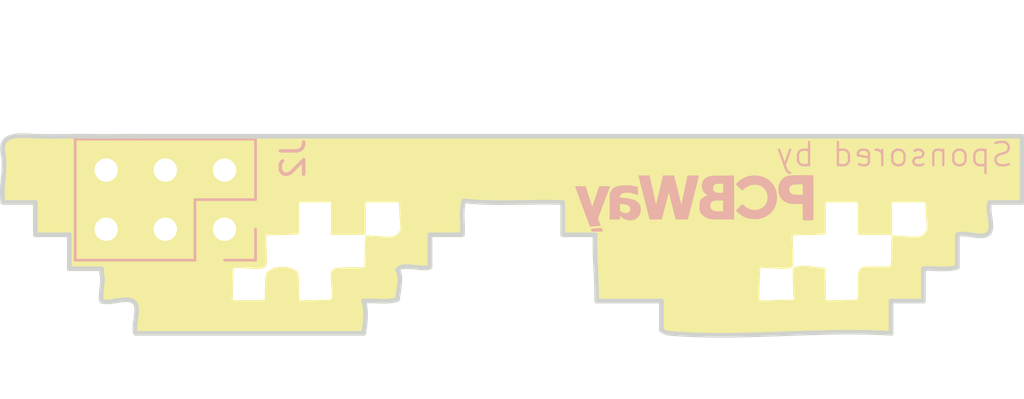
<source format=kicad_pcb>
(kicad_pcb (version 20240108) (generator "pcbnew") (generator_version "8.0")
  (layers (0 "F.Cu" signal) (31 "B.Cu" signal) (34 "B.Paste" user) (35 "F.Paste" user) (36 "B.SilkS" user "B.Silkscreen") (37 "F.SilkS" user "F.Silkscreen") (38 "B.Mask" user) (39 "F.Mask" user) (44 "Edge.Cuts" user))
  (net 0 "")
  (footprint "Eko2024:llama-2-flaca" (layer "F.Cu") (at 128.99 64.93)
    (property "Reference" "Ref**" (hide yes))
    (property "Value" "Val**" (hide yes))
    (fp_poly (pts (xy 21.9075 -1.397) (xy 21.206052 -1.397001) (xy 20.504603 -1.397001) (xy 20.517359 -1.289299) (xy 20.527957 -1.185918) (xy 20.538114 -1.061673) (xy 20.547444 -0.924614) (xy 20.555561 -0.782793) (xy 20.562079 -0.644262) (xy 20.566613 -0.517072) (xy 20.568775 -0.409276) (xy 20.568181 -0.328924) (xy 20.56531 -0.288797) (xy 20.544062 -0.208414) (xy 20.50167 -0.137266) (xy 20.464899 -0.094158) (xy 20.426797 -0.055969) (xy 20.386843 -0.024809) (xy 20.340992 -0.000404) (xy 20.285199 0.017521) (xy 20.215418 0.02924) (xy 20.127603 0.035028) (xy 20.017709 0.035159) (xy 19.881692 0.029908) (xy 19.715504 0.019549) (xy 19.515101 0.004356) (xy 19.288661 -0.014362) (xy 19.134667 -0.027379) (xy 19.134667 0.544338) (xy 19.133867 0.702452) (xy 19.131615 0.852546) (xy 19.128131 0.987623) (xy 19.123635 1.100686) (xy 19.118349 1.184736) (xy 19.113075 1.229906) (xy 19.100356 1.291554) (xy 19.084947 1.338351) (xy 19.061225 1.372665) (xy 19.023568 1.396866) (xy 18.966353 1.413323) (xy 18.883956 1.424403) (xy 18.770754 1.432477) (xy 18.621125 1.439913) (xy 18.613754 1.440256) (xy 18.463217 1.446572) (xy 18.30407 1.452072) (xy 18.150218 1.456353) (xy 18.015565 1.459012) (xy 17.944042 1.459682) (xy 17.674167 1.4605) (xy 17.674167 2.836333) (xy 16.277167 2.836333) (xy 16.277167 4.186201) (xy 15.721542 4.199282) (xy 15.465929 4.204823) (xy 15.182004 4.21011) (xy 14.872565 4.215134) (xy 14.54041 4.219883) (xy 14.188339 4.224348) (xy 13.819149 4.228516) (xy 13.435639 4.232379) (xy 13.040607 4.235924) (xy 12.636853 4.239141) (xy 12.227174 4.24202) (xy 11.81437 4.244549) (xy 11.401238 4.246718) (xy 10.990576 4.248516) (xy 10.585185 4.249933) (xy 10.187862 4.250958) (xy 9.801405 4.25158) (xy 9.428613 4.251787) (xy 9.072285 4.251571) (xy 8.735219 4.250919) (xy 8.420213 4.249822) (xy 8.130067 4.248268) (xy 7.867578 4.246246) (xy 7.635545 4.243747) (xy 7.436767 4.240759) (xy 7.274042 4.237271) (xy 7.150168 4.233273) (xy 7.126251 4.232223) (xy 6.945839 4.222708) (xy 6.80265 4.212155) (xy 6.691572 4.19927) (xy 6.607495 4.182754) (xy 6.545309 4.161311) (xy 6.499904 4.133645) (xy 6.466169 4.098457) (xy 6.441058 4.05835) (xy 6.429843 4.032571) (xy 6.420903 3.998367) (xy 6.41388 3.950588) (xy 6.408415 3.884083) (xy 6.404149 3.793704) (xy 6.400724 3.674299) (xy 6.397782 3.52072) (xy 6.396144 3.413125) (xy 6.387888 2.836333) (xy 3.644036 2.836333) (xy 3.643089 2.82575) (xy 10.578901 2.82575) (xy 11.030909 2.812302) (xy 11.189503 2.807912) (xy 11.356491 2.803854) (xy 11.519093 2.800402) (xy 11.66453 2.797827) (xy 11.776872 2.796427) (xy 12.070828 2.794) (xy 12.057935 2.682875) (xy 12.05394 2.631888) (xy 12.049328 2.545515) (xy 12.044377 2.430694) (xy 12.039363 2.294364) (xy 12.034564 2.143463) (xy 12.030584 1.998005) (xy 12.016126 1.424261) (xy 12.150506 1.37888) (xy 12.291625 1.346706) (xy 12.461924 1.333806) (xy 12.652819 1.34033) (xy 12.855723 1.366427) (xy 12.856884 1.36663) (xy 12.969434 1.383183) (xy 13.092528 1.396441) (xy 13.201865 1.403848) (xy 13.214538 1.404268) (xy 13.299368 1.407539) (xy 13.351664 1.413574) (xy 13.381228 1.425301) (xy 13.397859 1.44565) (xy 13.404875 1.461163) (xy 13.41062 1.495269) (xy 13.416398 1.566274) (xy 13.421971 1.668745) (xy 13.427097 1.797247) (xy 13.431538 1.946349) (xy 13.435055 2.110615) (xy 13.435952 2.165927) (xy 13.445712 2.818437) (xy 14.072981 2.810645) (xy 14.282951 2.807302) (xy 14.45258 2.80294) (xy 14.583851 2.797463) (xy 14.678744 2.790771) (xy 14.739242 2.782768) (xy 14.761605 2.776587) (xy 14.822959 2.750321) (xy 14.811344 2.316023) (xy 14.807354 2.100742) (xy 14.808607 1.923393) (xy 14.816025 1.779795) (xy 14.830534 1.665764) (xy 14.853058 1.577121) (xy 14.884522 1.509684) (xy 14.925848 1.459272) (xy 14.977963 1.421703) (xy 15.012865 1.404427) (xy 15.044392 1.39234) (xy 15.08067 1.382996) (xy 15.127308 1.376049) (xy 15.189918 1.371158) (xy 15.274111 1.367977) (xy 15.385499 1.366165) (xy 15.529692 1.365376) (xy 15.652692 1.36525) (xy 16.202967 1.36525) (xy 16.228289 1.291166) (xy 16.237268 1.243427) (xy 16.244357 1.157678) (xy 16.249596 1.032893) (xy 16.253027 0.868049) (xy 16.254688 0.662122) (xy 16.254805 0.619125) (xy 16.255312 0.444096) (xy 16.256244 0.306852) (xy 16.257893 0.202843) (xy 16.260551 0.127521) (xy 16.264508 0.076337) (xy 16.270055 0.044742) (xy 16.277483 0.028187) (xy 16.287084 0.022123) (xy 16.293042 0.021607) (xy 16.325548 0.023451) (xy 16.392571 0.028291) (xy 16.486444 0.035536) (xy 16.599502 0.044597) (xy 16.7005 0.052916) (xy 16.944187 0.070931) (xy 17.146804 0.08091) (xy 17.308847 0.082857) (xy 17.430808 0.076772) (xy 17.513183 0.062658) (xy 17.531971 0.056152) (xy 17.595992 0.016456) (xy 17.664076 -0.045404) (xy 17.724304 -0.116446) (xy 17.764755 -0.183686) (xy 17.772538 -0.205842) (xy 17.776161 -0.247339) (xy 17.776147 -0.321816) (xy 17.772739 -0.420096) (xy 17.766181 -0.533004) (xy 17.762583 -0.582084) (xy 17.752151 -0.721413) (xy 17.741562 -0.87211) (xy 17.731993 -1.016878) (xy 17.724621 -1.138423) (xy 17.724069 -1.148292) (xy 17.710287 -1.397) (xy 16.277167 -1.397) (xy 16.277167 0) (xy 14.816667 0) (xy 14.816667 -1.397) (xy 13.440833 -1.397) (xy 13.440833 -0.025464) (xy 13.297958 -0.013306) (xy 13.237778 -0.009494) (xy 13.142722 -0.005091) (xy 13.020237 -0.000366) (xy 12.877772 0.00441) (xy 12.722776 0.008969) (xy 12.585829 0.012493) (xy 12.016575 0.026134) (xy 12.035496 0.462858) (xy 12.04423 0.673959) (xy 12.050306 0.847032) (xy 12.053631 0.986308) (xy 12.054108 1.096015) (xy 12.051644 1.180382) (xy 12.046141 1.243638) (xy 12.037506 1.290012) (xy 12.025643 1.323734) (xy 12.015728 1.341526) (xy 11.981561 1.384955) (xy 11.939936 1.416974) (xy 11.884699 1.438842) (xy 11.809699 1.45182) (xy 11.708783 1.457167) (xy 11.575798 1.456141) (xy 11.472333 1.452774) (xy 11.329868 1.447019) (xy 11.178532 1.440421) (xy 11.033668 1.433681) (xy 10.910619 1.427495) (xy 10.876891 1.425665) (xy 10.630699 1.41196) (xy 10.618 1.642605) (xy 10.613523 1.735098) (xy 10.608399 1.859398) (xy 10.603011 2.004989) (xy 10.597746 2.161359) (xy 10.592987 2.317992) (xy 10.592101 2.3495) (xy 10.578901 2.82575) (xy 3.643089 2.82575) (xy 3.632188 2.704041) (xy 3.628718 2.652496) (xy 3.624015 2.563396) (xy 3.618267 2.441493) (xy 3.611659 2.291542) (xy 3.604378 2.118297) (xy 3.59661 1.926511) (xy 3.588541 1.720938) (xy 3.580357 1.506332) (xy 3.572245 1.287446) (xy 3.564391 1.069035) (xy 3.55698 0.855852) (xy 3.5502 0.652652) (xy 3.544236 0.464187) (xy 3.543475 0.439208) (xy 3.530176 0) (xy 2.159 0) (xy 2.159 -1.371571) (xy 1.899708 -1.386036) (xy 1.822102 -1.389176) (xy 1.710028 -1.391999) (xy 1.567239 -1.394508) (xy 1.397485 -1.396702) (xy 1.20452 -1.398582) (xy 0.992096 -1.40015) (xy 0.763965 -1.401406) (xy 0.52388 -1.40235) (xy 0.275592 -1.402985) (xy 0.022854 -1.40331) (xy -0.230582 -1.403326) (xy -0.480963 -1.403035) (xy -0.724538 -1.402436) (xy -0.957553 -1.401531) (xy -1.176257 -1.400321) (xy -1.376898 -1.398807) (xy -1.555723 -1.396989) (xy -1.70898 -1.394868) (xy -1.832916 -1.392445) (xy -1.92378 -1.389721) (xy -1.977819 -1.386696) (xy -1.989395 -1.385179) (xy -2.048641 -1.369076) (xy -2.079515 -1.346773) (xy -2.095476 -1.305576) (xy -2.100881 -1.280044) (xy -2.105664 -1.237108) (xy -2.110867 -1.158221) (xy -2.116212 -1.049761) (xy -2.121421 -0.918105) (xy -2.126217 -0.769631) (xy -2.13032 -0.610715) (xy -2.130605 -0.597959) (xy -2.143823 0) (xy -3.513667 0) (xy -3.513667 1.371202) (xy -4.132792 1.380314) (xy -4.333625 1.383897) (xy -4.495102 1.388231) (xy -4.620196 1.393478) (xy -4.711879 1.399797) (xy -4.773126 1.40735) (xy -4.806908 1.416295) (xy -4.807791 1.416714) (xy -4.868506 1.467987) (xy -4.912777 1.54792) (xy -4.936493 1.644678) (xy -4.935546 1.746424) (xy -4.930947 1.77137) (xy -4.923936 1.82331) (xy -4.917678 1.908434) (xy -4.912621 2.017596) (xy -4.909213 2.141648) (xy -4.908006 2.239555) (xy -4.908325 2.402211) (xy -4.912234 2.527921) (xy -4.921115 2.622014) (xy -4.936348 2.689821) (xy -4.959314 2.736671) (xy -4.991394 2.767893) (xy -5.033969 2.788818) (xy -5.051851 2.79477) (xy -5.099329 2.802907) (xy -5.184878 2.81059) (xy -5.304238 2.817592) (xy -5.453148 2.823684) (xy -5.627347 2.828636) (xy -5.717724 2.830523) (xy -6.302531 2.841414) (xy -6.313943 3.415665) (xy -6.319398 3.631179) (xy -6.326436 3.810339) (xy -6.334967 3.951583) (xy -6.3449 4.053353) (xy -6.354047 4.106333) (xy -6.38274 4.22275) (xy -11.299644 4.228086) (xy -11.838216 4.22866) (xy -12.336047 4.22916) (xy -12.794731 4.229577) (xy -13.215859 4.229899) (xy -13.601026 4.230117) (xy -13.951823 4.23022) (xy -14.269844 4.230198) (xy -14.556682 4.230041) (xy -14.813928 4.229738) (xy -15.043177 4.229279) (xy -15.24602 4.228653) (xy -15.424051 4.227851) (xy -15.578862 4.226862) (xy -15.712046 4.225676) (xy -15.825197 4.224282) (xy -15.919906 4.22267) (xy -15.997767 4.220831) (xy -16.060372 4.218752) (xy -16.109315 4.216425) (xy -16.146188 4.213839) (xy -16.172583 4.210983) (xy -16.190094 4.207848) (xy -16.200314 4.204423) (xy -16.204835 4.200697) (xy -16.20525 4.196661) (xy -16.205157 4.196336) (xy -16.201858 4.165774) (xy -16.198473 4.098948) (xy -16.195181 4.001924) (xy -16.19216 3.880771) (xy -16.189589 3.741556) (xy -16.187842 3.608916) (xy -16.186218 3.440735) (xy -16.185617 3.309314) (xy -16.186359 3.209084) (xy -16.188763 3.13448) (xy -16.19315 3.079932) (xy -16.199839 3.039873) (xy -16.209151 3.008736) (xy -16.221405 2.980952) (xy -16.22425 2.975282) (xy -16.269185 2.901667) (xy -16.321709 2.851833) (xy -16.391215 2.820955) (xy -16.424353 2.815166) (xy -12.006712 2.815166) (xy -10.628876 2.815166) (xy -10.62198 2.280708) (xy -10.619404 2.103914) (xy -10.615958 1.963925) (xy -10.610439 1.855212) (xy -10.601641 1.772247) (xy -10.58836 1.709501) (xy -10.569393 1.661448) (xy -10.543535 1.622559) (xy -10.509581 1.587306) (xy -10.466329 1.55016) (xy -10.462067 1.546641) (xy -10.340916 1.471196) (xy -10.192614 1.417383) (xy -10.02664 1.385617) (xy -9.852475 1.376311) (xy -9.679597 1.389878) (xy -9.517486 1.426732) (xy -9.375623 1.487286) (xy -9.356696 1.498427) (xy -9.306109 1.530786) (xy -9.26595 1.562259) (xy -9.234943 1.598021) (xy -9.211815 1.643249) (xy -9.195291 1.703119) (xy -9.184098 1.782806) (xy -9.176961 1.887487) (xy -9.172606 2.022338) (xy -9.16976 2.192534) (xy -9.168884 2.261386) (xy -9.162018 2.818855) (xy -8.523301 2.810213) (xy -8.312925 2.806672) (xy -8.14248 2.802222) (xy -8.009571 2.796744) (xy -7.911802 2.790117) (xy -7.846778 2.782219) (xy -7.815792 2.774548) (xy -7.747 2.747525) (xy -7.747 2.590244) (xy -7.749362 2.509857) (xy -7.755828 2.40058) (xy -7.765469 2.275559) (xy -7.777358 2.147935) (xy -7.780125 2.121356) (xy -7.796024 1.94455) (xy -7.801717 1.803994) (xy -7.796886 1.694774) (xy -7.781214 1.611977) (xy -7.754383 1.550689) (xy -7.74206 1.533109) (xy -7.713122 1.499347) (xy -7.681852 1.472276) (xy -7.643358 1.451082) (xy -7.592744 1.434949) (xy -7.525115 1.423059) (xy -7.435579 1.414598) (xy -7.319239 1.408748) (xy -7.171203 1.404695) (xy -6.986575 1.401621) (xy -6.950521 1.401128) (xy -6.355125 1.393147) (xy -6.339535 0.707156) (xy -6.335049 0.517514) (xy -6.330939 0.366013) (xy -6.326898 0.248466) (xy -6.322618 0.160686) (xy -6.317795 0.098488) (xy -6.31212 0.057684) (xy -6.305288 0.034087) (xy -6.296992 0.023511) (xy -6.289347 0.021607) (xy -6.257676 0.023449) (xy -6.191426 0.028282) (xy -6.098199 0.035517) (xy -5.985598 0.044568) (xy -5.884333 0.052916) (xy -5.656903 0.070102) (xy -5.468452 0.080346) (xy -5.316199 0.083638) (xy -5.197362 0.07997) (xy -5.10916 0.069332) (xy -5.048811 0.051714) (xy -5.045459 0.050173) (xy -4.971651 0.00083) (xy -4.900858 -0.070287) (xy -4.844447 -0.149634) (xy -4.813786 -0.223668) (xy -4.813218 -0.226529) (xy -4.809861 -0.277454) (xy -4.811498 -0.357819) (xy -4.817666 -0.455082) (xy -4.824236 -0.524709) (xy -4.834319 -0.632938) (xy -4.844509 -0.767558) (xy -4.853716 -0.912646) (xy -4.860854 -1.052277) (xy -4.861779 -1.074209) (xy -4.874895 -1.397) (xy -6.307667 -1.397) (xy -6.307667 0) (xy -7.789333 0) (xy -7.789333 -1.397) (xy -9.165167 -1.397) (xy -9.165167 -0.025324) (xy -9.286875 -0.013314) (xy -9.340382 -0.009634) (xy -9.429272 -0.005375) (xy -9.546603 -0.000788) (xy -9.685433 0.003878) (xy -9.83882 0.008371) (xy -9.998904 0.012418) (xy -10.589224 0.02614) (xy -10.575611 0.198278) (xy -10.570715 0.273583) (xy -10.565141 0.381396) (xy -10.559324 0.511905) (xy -10.553697 0.655301) (xy -10.548696 0.801773) (xy -10.548283 0.815041) (xy -10.543281 0.973039) (xy -10.541249 1.104077) (xy -10.545713 1.210459) (xy -10.560199 1.294488) (xy -10.588232 1.35847) (xy -10.633338 1.404707) (xy -10.699042 1.435503) (xy -10.78887 1.453162) (xy -10.906347 1.459989) (xy -11.054998 1.458286) (xy -11.23835 1.450358) (xy -11.459927 1.438509) (xy -11.49914 1.436404) (xy -11.634148 1.429586) (xy -11.75426 1.424265) (xy -11.853278 1.420654) (xy -11.925002 1.418966) (xy -11.963234 1.419415) (xy -11.967801 1.420278) (xy -11.970165 1.442707) (xy -11.973201 1.502429) (xy -11.976742 1.594414) (xy -11.980619 1.71363) (xy -11.984664 1.855045) (xy -11.98871 2.013629) (xy -11.991225 2.121958) (xy -12.006712 2.815166) (xy -16.424353 2.815166) (xy -16.487098 2.804205) (xy -16.568111 2.798604) (xy -16.648879 2.797671) (xy -16.761358 2.800182) (xy -16.895103 2.805708) (xy -17.039667 2.813819) (xy -17.181369 2.823831) (xy -17.312854 2.834068) (xy -17.430838 2.843052) (xy -17.528477 2.850278) (xy -17.598929 2.855241) (xy -17.635351 2.857437) (xy -17.637894 2.8575) (xy -17.645781 2.851209) (xy -17.651888 2.829763) (xy -17.656321 2.789301) (xy -17.659185 2.725962) (xy -17.660586 2.635883) (xy -17.660628 2.515204) (xy -17.659418 2.360064) (xy -17.657061 2.166601) (xy -17.656958 2.159) (xy -17.647448 1.4605) (xy -19.05 1.4605) (xy -19.05 0) (xy -20.5105 0) (xy -20.5105 -1.397) (xy -21.889854 -1.397) (xy -21.880892 -2.629959) (xy -21.878553 -2.914999) (xy -21.875939 -3.160025) (xy -21.872989 -3.367357) (xy -21.86964 -3.539314) (xy -21.865829 -3.678216) (xy -21.861494 -3.786381) (xy -21.856573 -3.866129) (xy -21.851002 -3.919779) (xy -21.845409 -3.947584) (xy -21.795242 -4.049537) (xy -21.720011 -4.126848) (xy -21.631489 -4.170061) (xy -21.617029 -4.17375) (xy -21.601029 -4.177307) (xy -21.582722 -4.180735) (xy -21.561341 -4.184038) (xy -21.53612 -4.187217) (xy -21.506292 -4.190276) (xy -21.471091 -4.193217) (xy -21.42975 -4.196042) (xy -21.381502 -4.198755) (xy -21.325581 -4.201359) (xy -21.26122 -4.203855) (xy -21.187653 -4.206246) (xy -21.104113 -4.208536) (xy -21.009833 -4.210727) (xy -20.904047 -4.212821) (xy -20.785988 -4.214822) (xy -20.65489 -4.216731) (xy -20.509986 -4.218553) (xy -20.350509 -4.220288) (xy -20.175693 -4.221941) (xy -19.984771 -4.223513) (xy -19.776977 -4.225008) (xy -19.551544 -4.226428) (xy -19.307705 -4.227775) (xy -19.044694 -4.229053) (xy -18.761745 -4.230264) (xy -18.45809 -4.231411) (xy -18.132962 -4.232497) (xy -17.785597 -4.233524) (xy -17.415226 -4.234494) (xy -17.021084 -4.235412) (xy -16.602403 -4.236278) (xy -16.158417 -4.237097) (xy -15.688359 -4.23787) (xy -15.191464 -4.2386) (xy -14.666963 -4.23929) (xy -14.114091 -4.239944) (xy -13.532082 -4.240562) (xy -12.920167 -4.241149) (xy -12.277582 -4.241706) (xy -11.603558 -4.242237) (xy -10.897331 -4.242744) (xy -10.158132 -4.243229) (xy -9.385196 -4.243696) (xy -8.577756 -4.244148) (xy -7.735045 -4.244586) (xy -6.856296 -4.245014) (xy -5.940744 -4.245434) (xy -4.987621 -4.245849) (xy -3.996161 -4.246262) (xy -2.965597 -4.246675) (xy -1.895163 -4.247091) (xy -0.784092 -4.247512) (xy 0.368383 -4.247942) (xy 0.619125 -4.248035) (xy 21.9075 -4.25591) (xy 21.9075 -1.397)) (stroke (width 0.01)) (fill solid) (layer "F.SilkS"))
  )
  (footprint "Eko2024:llama intermedia_Contorno" (layer "F.Cu") (at 129 64.93)
    (property "Reference" "Ref**" (hide yes))
    (property "Value" "Val**" (hide yes))
  )
  (footprint "LOGO" (layer "B.Cu") (at 136.84 63.74 180)
    (property "Reference" "G***")
    (property "Value" "LOGO" (hide yes))
    (fp_poly (pts (xy 4.051233 -0.892373) (xy 4.071514 -0.894) (xy 4.101532 -0.896542) (xy 4.139673 -0.899858) (xy 4.184322 -0.903808) (xy 4.233865 -0.908253) (xy 4.267511 -0.911304) (xy 4.319183 -0.915987) (xy 4.36685 -0.920267) (xy 4.408928 -0.924006) (xy 4.443832 -0.927065) (xy 4.469977 -0.929303) (xy 4.485776 -0.930581) (xy 4.489752 -0.930832) (xy 4.491634 -0.93666) (xy 4.487926 -0.95393) (xy 4.478712 -0.982369) (xy 4.464076 -1.021701) (xy 4.455637 -1.043145) (xy 4.453697 -1.046103) (xy 4.449643 -1.048502) (xy 4.442225 -1.0504) (xy 4.430195 -1.051855) (xy 4.412303 -1.052926) (xy 4.3873 -1.053669) (xy 4.353938 -1.054144) (xy 4.310968 -1.054408) (xy 4.25714 -1.054519) (xy 4.210242 -1.054537) (xy 4.145563 -1.054451) (xy 4.092891 -1.05417) (xy 4.051215 -1.05366) (xy 4.019524 -1.052886) (xy 3.996807 -1.051813) (xy 3.982053 -1.050407) (xy 3.974251 -1.048633) (xy 3.97239 -1.046457) (xy 3.97241 -1.0464) (xy 3.990989 -0.996853) (xy 4.0059 -0.958448) (xy 4.017678 -0.930002) (xy 4.026856 -0.910334) (xy 4.033968 -0.898263) (xy 4.03955 -0.892606) (xy 4.042301 -0.8918)) (fill solid) (layer "B.SilkS"))
    (fp_poly (pts (xy 4.188208 0.733944) (xy 4.20285 0.690985) (xy 4.220793 0.638078) (xy 4.241227 0.577628) (xy 4.26334 0.512038) (xy 4.286324 0.443714) (xy 4.309368 0.37506) (xy 4.33166 0.30848) (xy 4.337946 0.289671) (xy 4.357169 0.232587) (xy 4.375232 0.179833) (xy 4.391711 0.132583) (xy 4.406182 0.092011) (xy 4.418222 0.059291) (xy 4.427406 0.035598) (xy 4.433312 0.022106) (xy 4.435435 0.019528) (xy 4.43801 0.027233) (xy 4.444159 0.046332) (xy 4.453559 0.075801) (xy 4.465885 0.114613) (xy 4.48081 0.161741) (xy 4.498012 0.21616) (xy 4.517165 0.276843) (xy 4.537944 0.342765) (xy 4.560025 0.4129) (xy 4.575523 0.462173) (xy 4.711629 0.895053) (xy 4.940079 0.896764) (xy 5.002007 0.897155) (xy 5.052077 0.897281) (xy 5.091447 0.897106) (xy 5.121275 0.896593) (xy 5.14272 0.895706) (xy 5.156939 0.894409) (xy 5.165093 0.892666) (xy 5.168338 0.890439) (xy 5.168529 0.88959) (xy 5.166311 0.882469) (xy 5.159866 0.864012) (xy 5.149504 0.835058) (xy 5.135537 0.79645) (xy 5.118276 0.749027) (xy 5.098033 0.693631) (xy 5.075119 0.631103) (xy 5.049845 0.562284) (xy 5.022524 0.488014) (xy 4.993465 0.409135) (xy 4.962982 0.326487) (xy 4.931384 0.240912) (xy 4.898984 0.15325) (xy 4.866092 0.064342) (xy 4.833021 -0.02497) (xy 4.800081 -0.113846) (xy 4.767585 -0.201445) (xy 4.735843 -0.286926) (xy 4.705166 -0.369448) (xy 4.675867 -0.448169) (xy 4.648256 -0.52225) (xy 4.622646 -0.59085) (xy 4.599346 -0.653126) (xy 4.57867 -0.708239) (xy 4.560927 -0.755347) (xy 4.54643 -0.793609) (xy 4.53549 -0.822185) (xy 4.528418 -0.840234) (xy 4.525526 -0.846914) (xy 4.525518 -0.846921) (xy 4.515774 -0.849198) (xy 4.514326 -0.848813) (xy 4.506512 -0.847596) (xy 4.487305 -0.845196) (xy 4.458259 -0.841788) (xy 4.420927 -0.837551) (xy 4.376865 -0.832661) (xy 4.327625 -0.827295) (xy 4.289951 -0.823248) (xy 4.238222 -0.817685) (xy 4.190791 -0.812507) (xy 4.149165 -0.807886) (xy 4.114853 -0.803991) (xy 4.089363 -0.800993) (xy 4.074204 -0.799064) (xy 4.070525 -0.798425) (xy 4.072358 -0.792197) (xy 4.078333 -0.775505) (xy 4.087832 -0.750001) (xy 4.100232 -0.717337) (xy 4.114913 -0.679166) (xy 4.127489 -0.646785) (xy 4.186014 -0.496704) (xy 3.925426 0.194974) (xy 3.891229 0.285796) (xy 3.858342 0.373234) (xy 3.827055 0.456516) (xy 3.797656 0.534868) (xy 3.770436 0.607517) (xy 3.745682 0.673688) (xy 3.723684 0.732608) (xy 3.704732 0.783503) (xy 3.689113 0.825599) (xy 3.677118 0.858124) (xy 3.669034 0.880302) (xy 3.665152 0.891361) (xy 3.664839 0.892481) (xy 3.671133 0.893887) (xy 3.689156 0.895156) (xy 3.717617 0.896254) (xy 3.755227 0.89715) (xy 3.800696 0.897812) (xy 3.852734 0.898206) (xy 3.898407 0.898308) (xy 4.131976 0.898308)) (fill solid) (layer "B.SilkS"))
    (fp_poly (pts (xy -2.454347 1.359629) (xy -2.342858 1.344805) (xy -2.232999 1.317893) (xy -2.125845 1.278892) (xy -2.067453 1.251788) (xy -2.00992 1.220127) (xy -1.951552 1.182975) (xy -1.895142 1.142422) (xy -1.843479 1.100558) (xy -1.799355 1.059474) (xy -1.774509 1.032372) (xy -1.755644 1.008752) (xy -1.74488 0.991468) (xy -1.74102 0.977743) (xy -1.742867 0.9648) (xy -1.744005 0.961559) (xy -1.750196 0.953216) (xy -1.764469 0.937692) (xy -1.78522 0.916505) (xy -1.810845 0.891171) (xy -1.839739 0.86321) (xy -1.870298 0.834137) (xy -1.900917 0.80547) (xy -1.929992 0.778727) (xy -1.955918 0.755425) (xy -1.977091 0.737081) (xy -1.991906 0.725213) (xy -1.997858 0.721483) (xy -2.012779 0.721015) (xy -2.032244 0.729591) (xy -2.057224 0.747785) (xy -2.086125 0.773717) (xy -2.153566 0.830444) (xy -2.228321 0.878466) (xy -2.272173 0.901197) (xy -2.319834 0.922733) (xy -2.362569 0.938425) (xy -2.404194 0.949104) (xy -2.448522 0.955606) (xy -2.499369 0.958763) (xy -2.538698 0.95942) (xy -2.592856 0.958746) (xy -2.637597 0.95576) (xy -2.676417 0.949805) (xy -2.712811 0.940222) (xy -2.750277 0.926352) (xy -2.777431 0.914466) (xy -2.848123 0.875268) (xy -2.912071 0.826021) (xy -2.968067 0.768143) (xy -3.014898 0.703054) (xy -3.051353 0.632174) (xy -3.073593 0.567259) (xy -3.080798 0.52984) (xy -3.085495 0.483685) (xy -3.08763 0.432843) (xy -3.08715 0.381365) (xy -3.084003 0.3333) (xy -3.078135 0.292696) (xy -3.077244 0.288512) (xy -3.05339 0.209435) (xy -3.018914 0.137338) (xy -2.974535 0.072807) (xy -2.920971 0.016428) (xy -2.858942 -0.031213) (xy -2.789166 -0.069529) (xy -2.712362 -0.097935) (xy -2.629249 -0.115843) (xy -2.5745 -0.121441) (xy -2.492635 -0.121908) (xy -2.415421 -0.112665) (xy -2.341501 -0.093183) (xy -2.269521 -0.062934) (xy -2.198123 -0.02139) (xy -2.125951 0.031978) (xy -2.080533 0.070953) (xy -2.052012 0.095415) (xy -2.029908 0.110588) (xy -2.011979 0.116903) (xy -1.99598 0.114788) (xy -1.979665 0.104673) (xy -1.966546 0.09276) (xy -1.954411 0.080608) (xy -1.935054 0.060945) (xy -1.91029 0.035629) (xy -1.881938 0.006518) (xy -1.851812 -0.02453) (xy -1.846372 -0.030149) (xy -1.814314 -0.063455) (xy -1.790304 -0.088989) (xy -1.7732 -0.108202) (xy -1.761864 -0.122546) (xy -1.755154 -0.133471) (xy -1.751931 -0.14243) (xy -1.751054 -0.150874) (xy -1.751051 -0.151501) (xy -1.752427 -0.16456) (xy -1.757896 -0.176562) (xy -1.769469 -0.190566) (xy -1.789157 -0.209634) (xy -1.789421 -0.209878) (xy -1.87602 -0.285203) (xy -1.960212 -0.34844) (xy -2.042816 -0.400114) (xy -2.124653 -0.440751) (xy -2.1879 -0.46493) (xy -2.243263 -0.482323) (xy -2.293474 -0.495477) (xy -2.342187 -0.504985) (xy -2.393054 -0.511437) (xy -2.449731 -0.515424) (xy -2.51266 -0.517475) (xy -2.555499 -0.517966) (xy -2.597081 -0.517779) (xy -2.634415 -0.516978) (xy -2.664513 -0.515625) (xy -2.68341 -0.513921) (xy -2.796509 -0.492714) (xy -2.901516 -0.46155) (xy -2.999057 -0.420139) (xy -3.089759 -0.368188) (xy -3.17425 -0.30541) (xy -3.21808 -0.266368) (xy -3.292138 -0.188065) (xy -3.354756 -0.104039) (xy -3.406069 -0.013988) (xy -3.446208 0.08239) (xy -3.475307 0.185396) (xy -3.493498 0.295334) (xy -3.499709 0.374295) (xy -3.499054 0.489062) (xy -3.486474 0.599258) (xy -3.462254 0.704384) (xy -3.426678 0.80394) (xy -3.380032 0.897428) (xy -3.322601 0.984349) (xy -3.254669 1.064203) (xy -3.17652 1.136491) (xy -3.088441 1.200714) (xy -2.9986 1.252391) (xy -2.895092 1.298022) (xy -2.787838 1.33156) (xy -2.677912 1.353007) (xy -2.56639 1.362363)) (fill solid) (layer "B.SilkS"))
    (fp_poly (pts (xy -4.460819 1.372096) (xy -4.3572 1.37079) (xy -4.265035 1.368669) (xy -4.184617 1.365743) (xy -4.11624 1.36202) (xy -4.060198 1.357509) (xy -4.016782 1.352219) (xy -4.007673 1.35073) (xy -3.925834 1.330191) (xy -3.85038 1.29856) (xy -3.781916 1.25641) (xy -3.721048 1.204316) (xy -3.668384 1.142853) (xy -3.62453 1.072595) (xy -3.590093 0.994116) (xy -3.573118 0.939242) (xy -3.565836 0.902635) (xy -3.560272 0.856892) (xy -3.55659 0.805799) (xy -3.554954 0.753148) (xy -3.555529 0.702725) (xy -3.558478 0.65832) (xy -3.56029 0.643571) (xy -3.578693 0.55847) (xy -3.608231 0.478784) (xy -3.648156 0.40543) (xy -3.697718 0.339325) (xy -3.756167 0.281386) (xy -3.822756 0.232531) (xy -3.896734 0.193676) (xy -3.941987 0.176332) (xy -3.973754 0.166541) (xy -4.00661 0.158325) (xy -4.042088 0.151529) (xy -4.081723 0.145997) (xy -4.127048 0.141573) (xy -4.179597 0.1381) (xy -4.240904 0.135423) (xy -4.312503 0.133385) (xy -4.375999 0.132147) (xy -4.602204 0.128389) (xy -4.602204 -0.199763) (xy -4.60223 -0.277282) (xy -4.602373 -0.342818) (xy -4.602728 -0.397409) (xy -4.60339 -0.442091) (xy -4.604454 -0.477902) (xy -4.606016 -0.505877) (xy -4.608171 -0.527053) (xy -4.611014 -0.542468) (xy -4.614641 -0.553157) (xy -4.619147 -0.560159) (xy -4.624627 -0.564509) (xy -4.631176 -0.567243) (xy -4.636118 -0.568664) (xy -4.647767 -0.570008) (xy -4.670117 -0.571038) (xy -4.701121 -0.571768) (xy -4.738735 -0.572211) (xy -4.780915 -0.57238) (xy -4.825614 -0.572288) (xy -4.870789 -0.571948) (xy -4.914395 -0.571374) (xy -4.954385 -0.570579) (xy -4.988716 -0.569575) (xy -5.015342 -0.568376) (xy -5.032218 -0.566995) (xy -5.036807 -0.566088) (xy -5.050214 -0.555677) (xy -5.058028 -0.543122) (xy -5.059016 -0.533901) (xy -5.0599 -0.511809) (xy -5.06068 -0.476991) (xy -5.061354 -0.429594) (xy -5.061922 -0.369766) (xy -5.062383 -0.297652) (xy -5.062736 -0.213399) (xy -5.06298 -0.117154) (xy -5.063116 -0.009064) (xy -5.063142 0.110726) (xy -5.063056 0.242067) (xy -5.06286 0.384814) (xy -5.062815 0.41046) (xy -5.062576 0.539535) (xy -5.062342 0.656222) (xy -5.062128 0.750814) (xy -4.602204 0.750814) (xy -4.602204 0.525207) (xy -4.434585 0.529437) (xy -4.386266 0.530877) (xy -4.339671 0.532673) (xy -4.297195 0.534701) (xy -4.261231 0.536839) (xy -4.234175 0.538963) (xy -4.221601 0.540407) (xy -4.164727 0.554289) (xy -4.1164 0.577642) (xy -4.076971 0.61023) (xy -4.046792 0.651816) (xy -4.041887 0.661214) (xy -4.034072 0.679183) (xy -4.029308 0.696953) (xy -4.026902 0.718671) (xy -4.026157 0.748482) (xy -4.026146 0.755099) (xy -4.026598 0.785884) (xy -4.028427 0.807795) (xy -4.032396 0.82496) (xy -4.039268 0.84151) (xy -4.043739 0.85029) (xy -4.070264 0.888229) (xy -4.105876 0.921169) (xy -4.146747 0.945767) (xy -4.158602 0.950699) (xy -4.182695 0.957027) (xy -4.218531 0.962612) (xy -4.264847 0.967366) (xy -4.320382 0.971195) (xy -4.383876 0.974011) (xy -4.454068 0.975721) (xy -4.512699 0.976229) (xy -4.602204 0.976422) (xy -4.602204 0.750814) (xy -5.062128 0.750814) (xy -5.062105 0.761156) (xy -5.061856 0.854966) (xy -5.061586 0.938287) (xy -5.061286 1.011749) (xy -5.060947 1.075985) (xy -5.06056 1.131627) (xy -5.060117 1.179308) (xy -5.059608 1.219659) (xy -5.059025 1.253313) (xy -5.058358 1.280902) (xy -5.0576 1.303058) (xy -5.05674 1.320413) (xy -5.055771 1.333599) (xy -5.054683 1.343249) (xy -5.053467 1.349994) (xy -5.052115 1.354467) (xy -5.050618 1.3573) (xy -5.049502 1.358622) (xy -5.046203 1.361218) (xy -5.04121 1.363412) (xy -5.033447 1.365246) (xy -5.021839 1.366761) (xy -5.00531 1.367999) (xy -4.982785 1.369003) (xy -4.953188 1.369815) (xy -4.915444 1.370476) (xy -4.868478 1.371029) (xy -4.811213 1.371515) (xy -4.742575 1.371977) (xy -4.701245 1.372227) (xy -4.575598 1.372578)) (fill solid) (layer "B.SilkS"))
    (fp_poly (pts (xy 2.987852 0.933563) (xy 3.061995 0.932728) (xy 3.125493 0.930497) (xy 3.180675 0.926567) (xy 3.229871 0.920638) (xy 3.275409 0.912408) (xy 3.319618 0.901575) (xy 3.364826 0.88784) (xy 3.379677 0.882853) (xy 3.433838 0.862058) (xy 3.478916 0.839184) (xy 3.518844 0.811851) (xy 3.557553 0.777679) (xy 3.563942 0.771373) (xy 3.601613 0.728732) (xy 3.631419 0.682965) (xy 3.655741 0.630119) (xy 3.665815 0.602127) (xy 3.681082 0.55656) (xy 3.682937 0.011391) (xy 3.684792 -0.533778) (xy 3.463257 -0.533778) (xy 3.241722 -0.533778) (xy 3.241722 -0.462174) (xy 3.241248 -0.433401) (xy 3.239961 -0.410148) (xy 3.238068 -0.395042) (xy 3.236125 -0.390569) (xy 3.229054 -0.394494) (xy 3.214463 -0.405074) (xy 3.194743 -0.42052) (xy 3.179826 -0.432722) (xy 3.109511 -0.483262) (xy 3.034013 -0.522653) (xy 2.954735 -0.550295) (xy 2.873081 -0.565589) (xy 2.867325 -0.566181) (xy 2.831091 -0.569482) (xy 2.803531 -0.571215) (xy 2.780394 -0.571369) (xy 2.757429 -0.569935) (xy 2.730384 -0.566902) (xy 2.722013 -0.565831) (xy 2.64933 -0.550122) (xy 2.581936 -0.522524) (xy 2.519781 -0.483015) (xy 2.472621 -0.441643) (xy 2.425298 -0.385321) (xy 2.388539 -0.322004) (xy 2.362669 -0.252737) (xy 2.348011 -0.178567) (xy 2.344892 -0.100538) (xy 2.346274 -0.084265) (xy 2.798659 -0.084265) (xy 2.801893 -0.125326) (xy 2.813082 -0.163832) (xy 2.831923 -0.197313) (xy 2.858117 -0.223294) (xy 2.871437 -0.231477) (xy 2.903377 -0.243103) (xy 2.943858 -0.250584) (xy 2.989024 -0.253758) (xy 3.035023 -0.252462) (xy 3.077998 -0.246534) (xy 3.099455 -0.241085) (xy 3.142972 -0.223787) (xy 3.185356 -0.200116) (xy 3.220941 -0.17328) (xy 3.223821 -0.170626) (xy 3.241722 -0.153792) (xy 3.241722 -0.012186) (xy 3.241494 0.029412) (xy 3.240854 0.066473) (xy 3.239872 0.097072) (xy 3.238617 0.119285) (xy 3.237159 0.131186) (xy 3.236525 0.132633) (xy 3.227574 0.133442) (xy 3.208148 0.132462) (xy 3.18062 0.129997) (xy 3.147365 0.126352) (xy 3.110755 0.121832) (xy 3.073165 0.11674) (xy 3.036968 0.111382) (xy 3.004539 0.106062) (xy 2.978251 0.101084) (xy 2.963344 0.097583) (xy 2.922299 0.084846) (xy 2.890866 0.071172) (xy 2.865672 0.054704) (xy 2.843341 0.033584) (xy 2.839686 0.02951) (xy 2.817254 -0.004375) (xy 2.803679 -0.043124) (xy 2.798659 -0.084265) (xy 2.346274 -0.084265) (xy 2.349561 -0.045567) (xy 2.361619 0.020103) (xy 2.379471 0.076316) (xy 2.404419 0.125834) (xy 2.437765 0.17142) (xy 2.466287 0.201961) (xy 2.506195 0.237137) (xy 2.55092 0.268183) (xy 2.601454 0.295403) (xy 2.658787 0.319103) (xy 2.723909 0.339585) (xy 2.797812 0.357154) (xy 2.881486 0.372114) (xy 2.975922 0.38477) (xy 3.08211 0.395425) (xy 3.101768 0.39709) (xy 3.136567 0.400056) (xy 3.169359 0.403014) (xy 3.19653 0.405627) (xy 3.214467 0.40756) (xy 3.214892 0.407612) (xy 3.243392 0.411145) (xy 3.239189 0.446905) (xy 3.229892 0.489035) (xy 3.212301 0.524506) (xy 3.185796 0.553677) (xy 3.149753 0.57691) (xy 3.103553 0.594567) (xy 3.046573 0.607007) (xy 2.978192 0.614593) (xy 2.947531 0.616348) (xy 2.876426 0.616657) (xy 2.807416 0.610734) (xy 2.737659 0.598033) (xy 2.664314 0.578012) (xy 2.58454 0.550124) (xy 2.567431 0.543503) (xy 2.53957 0.533431) (xy 2.513831 0.525644) (xy 2.494212 0.521291) (xy 2.488294 0.520758) (xy 2.467094 0.520758) (xy 2.467094 0.692875) (xy 2.467282 0.738887) (xy 2.467813 0.780499) (xy 2.468635 0.815976) (xy 2.469696 0.84358) (xy 2.470946 0.861574) (xy 2.472278 0.868196) (xy 2.481159 0.871042) (xy 2.50059 0.875748) (xy 2.528311 0.88186) (xy 2.562061 0.888922) (xy 2.599578 0.896478) (xy 2.638603 0.904071) (xy 2.676874 0.911248) (xy 2.712131 0.91755) (xy 2.740492 0.922269) (xy 2.768641 0.926226) (xy 2.797851 0.929218) (xy 2.830389 0.931347) (xy 2.868524 0.932719) (xy 2.914522 0.933435) (xy 2.970653 0.9336)) (fill solid) (layer "B.SilkS"))
    (fp_poly (pts (xy -1.233547 1.356573) (xy -1.135664 1.356337) (xy -1.049763 1.35592) (xy -0.974811 1.355273) (xy -0.90977 1.354349) (xy -0.853606 1.353098) (xy -0.805283 1.351474) (xy -0.763766 1.349428) (xy -0.72802 1.346911) (xy -0.697009 1.343876) (xy -0.669697 1.340275) (xy -0.64505 1.336059) (xy -0.622031 1.33118) (xy -0.606649 1.327426) (xy -0.562899 1.313575) (xy -0.51583 1.294204) (xy -0.469688 1.271378) (xy -0.428718 1.24716) (xy -0.402532 1.228183) (xy -0.357411 1.183013) (xy -0.321182 1.129755) (xy -0.294107 1.070066) (xy -0.276447 1.005604) (xy -0.268464 0.938028) (xy -0.270418 0.868996) (xy -0.282573 0.800165) (xy -0.305188 0.733195) (xy -0.319645 0.702563) (xy -0.336651 0.673292) (xy -0.357172 0.642912) (xy -0.376921 0.617745) (xy -0.377918 0.616616) (xy -0.395866 0.598654) (xy -0.418876 0.57869) (xy -0.444377 0.558603) (xy -0.469797 0.540272) (xy -0.492564 0.525575) (xy -0.510106 0.516392) (xy -0.518049 0.514249) (xy -0.527692 0.51256) (xy -0.526248 0.508127) (xy -0.515114 0.501898) (xy -0.495688 0.494823) (xy -0.484808 0.491669) (xy -0.426205 0.471674) (xy -0.369841 0.444654) (xy -0.317894 0.41214) (xy -0.272542 0.375666) (xy -0.235961 0.336765) (xy -0.211416 0.299154) (xy -0.200451 0.274879) (xy -0.191745 0.248863) (xy -0.184977 0.219099) (xy -0.179829 0.183581) (xy -0.175985 0.140302) (xy -0.173124 0.087255) (xy -0.171713 0.048821) (xy -0.17025 -0.011281) (xy -0.170279 -0.060463) (xy -0.172056 -0.100765) (xy -0.175836 -0.134228) (xy -0.181873 -0.162893) (xy -0.190423 -0.188799) (xy -0.201741 -0.213987) (xy -0.205472 -0.221248) (xy -0.247335 -0.287003) (xy -0.30005 -0.346124) (xy -0.363043 -0.398221) (xy -0.43574 -0.442902) (xy -0.517569 -0.479776) (xy -0.607956 -0.50845) (xy -0.636235 -0.5153) (xy -0.648568 -0.518015) (xy -0.660544 -0.52037) (xy -0.67316 -0.522399) (xy -0.68741 -0.52413) (xy -0.70429 -0.525595) (xy -0.724795 -0.526824) (xy -0.749921 -0.527848) (xy -0.780664 -0.528698) (xy -0.818019 -0.529405) (xy -0.862981 -0.529999) (xy -0.916547 -0.530511) (xy -0.979711 -0.530971) (xy -1.05347 -0.531411) (xy -1.138818 -0.531861) (xy -1.179865 -0.532068) (xy -1.659962 -0.534471) (xy -1.658942 0.050428) (xy -1.184726 0.050428) (xy -1.184652 -0.003033) (xy -1.184444 -0.05226) (xy -1.184117 -0.095765) (xy -1.183689 -0.13206) (xy -1.183177 -0.159657) (xy -1.182599 -0.17707) (xy -1.182032 -0.182808) (xy -1.175062 -0.183403) (xy -1.156829 -0.183674) (xy -1.129081 -0.183632) (xy -1.093571 -0.183286) (xy -1.052048 -0.182648) (xy -1.011158 -0.181835) (xy -0.958374 -0.180578) (xy -0.916709 -0.179285) (xy -0.884262 -0.177796) (xy -0.859133 -0.175953) (xy -0.839423 -0.173595) (xy -0.823231 -0.170563) (xy -0.808658 -0.166699) (xy -0.800666 -0.164167) (xy -0.747016 -0.141772) (xy -0.704686 -0.113422) (xy -0.6732 -0.078417) (xy -0.652086 -0.036058) (xy -0.640868 0.014356) (xy -0.639072 0.073525) (xy -0.639101 0.074172) (xy -0.641118 0.10547) (xy -0.644577 0.128356) (xy -0.650539 0.14743) (xy -0.660066 0.167294) (xy -0.660992 0.169015) (xy -0.688235 0.206748) (xy -0.725579 0.237397) (xy -0.772791 0.261203) (xy -0.784414 0.265567) (xy -0.79591 0.269022) (xy -0.808984 0.271698) (xy -0.825343 0.273728) (xy -0.846693 0.275242) (xy -0.87474 0.276373) (xy -0.91119 0.277252) (xy -0.957749 0.278011) (xy -0.997578 0.278545) (xy -1.184726 0.280952) (xy -1.184726 0.050428) (xy -1.658942 0.050428) (xy -1.658312 0.411378) (xy -1.657623 0.806811) (xy -1.184726 0.806811) (xy -1.184726 0.610753) (xy -1.049654 0.613268) (xy -1.003343 0.614241) (xy -0.967864 0.615355) (xy -0.94103 0.616834) (xy -0.920652 0.6189) (xy -0.904545 0.621777) (xy -0.89052 0.625688) (xy -0.876391 0.630857) (xy -0.876054 0.63099) (xy -0.849541 0.644011) (xy -0.82312 0.660998) (xy -0.809674 0.671869) (xy -0.785765 0.698834) (xy -0.769929 0.72944) (xy -0.761169 0.766454) (xy -0.758485 0.812643) (xy -0.758486 0.813685) (xy -0.762622 0.865425) (xy -0.775159 0.907787) (xy -0.796696 0.941815) (xy -0.827832 0.968552) (xy -0.855997 0.983639) (xy -0.868483 0.988602) (xy -0.88214 0.992499) (xy -0.899016 0.995574) (xy -0.921162 0.998071) (xy -0.95063 1.000232) (xy -0.989468 1.002301) (xy -1.027421 1.004001) (xy -1.069041 1.005603) (xy -1.106549 1.00671) (xy -1.137893 1.00729) (xy -1.161019 1.007308) (xy -1.173874 1.006731) (xy -1.175512 1.006404) (xy -1.178191 1.003507) (xy -1.180314 0.996241) (xy -1.181942 0.983321) (xy -1.183133 0.96346) (xy -1.183947 0.935373) (xy -1.184443 0.897772) (xy -1.184681 0.849371) (xy -1.184726 0.806811) (xy -1.657623 0.806811) (xy -1.656663 1.357227)) (fill solid) (layer "B.SilkS"))
    (fp_poly (pts (xy 1.157926 1.358933) (xy 1.396284 1.357227) (xy 1.543926 0.738826) (xy 1.564796 0.651367) (xy 1.584797 0.567475) (xy 1.603722 0.488017) (xy 1.621364 0.413863) (xy 1.637518 0.345881) (xy 1.651978 0.28494) (xy 1.664538 0.231908) (xy 1.674991 0.187655) (xy 1.683133 0.153049) (xy 1.688755 0.128958) (xy 1.691654 0.116251) (xy 1.692016 0.114458) (xy 1.694521 0.11074) (xy 1.695149 0.111203) (xy 1.696797 0.117707) (xy 1.700963 0.135884) (xy 1.707418 0.164679) (xy 1.715931 0.203038) (xy 1.726275 0.249909) (xy 1.738221 0.304237) (xy 1.751538 0.364969) (xy 1.765998 0.431051) (xy 1.781372 0.50143) (xy 1.797431 0.575051) (xy 1.813945 0.650861) (xy 1.830686 0.727806) (xy 1.847424 0.804832) (xy 1.863931 0.880887) (xy 1.879976 0.954915) (xy 1.895332 1.025864) (xy 1.909769 1.09268) (xy 1.923058 1.154309) (xy 1.93497 1.209696) (xy 1.945275 1.25779) (xy 1.953745 1.297536) (xy 1.960151 1.327879) (xy 1.964263 1.347767) (xy 1.965852 1.356146) (xy 1.965864 1.356301) (xy 1.972136 1.35724) (xy 1.990007 1.358106) (xy 2.018054 1.358874) (xy 2.054856 1.359519) (xy 2.098993 1.360018) (xy 2.149044 1.360346) (xy 2.203586 1.36048) (xy 2.210666 1.360481) (xy 2.274695 1.360418) (xy 2.326817 1.360199) (xy 2.368145 1.359783) (xy 2.399789 1.35913) (xy 2.422862 1.358199) (xy 2.438476 1.356947) (xy 2.447742 1.355333) (xy 2.451772 1.353317) (xy 2.452031 1.351524) (xy 2.450059 1.344281) (xy 2.44507 1.325123) (xy 2.437243 1.294758) (xy 2.426759 1.253891) (xy 2.413798 1.203227) (xy 2.39854 1.143474) (xy 2.381164 1.075338) (xy 2.36185 0.999523) (xy 2.340779 0.916738) (xy 2.31813 0.827686) (xy 2.294084 0.733076) (xy 2.26882 0.633613) (xy 2.242518 0.530002) (xy 2.215359 0.42295) (xy 2.213542 0.415786) (xy 2.186324 0.308487) (xy 2.159952 0.204552) (xy 2.134606 0.104692) (xy 2.110466 0.009613) (xy 2.087712 -0.079974) (xy 2.066524 -0.163363) (xy 2.047083 -0.239844) (xy 2.029568 -0.308709) (xy 2.01416 -0.369249) (xy 2.001038 -0.420756) (xy 1.990384 -0.46252) (xy 1.982377 -0.493835) (xy 1.977197 -0.513991) (xy 1.975025 -0.522279) (xy 1.974993 -0.522386) (xy 1.973395 -0.525241) (xy 1.969725 -0.527577) (xy 1.962788 -0.529446) (xy 1.951388 -0.530898) (xy 1.934329 -0.531987) (xy 1.910415 -0.532763) (xy 1.878451 -0.533279) (xy 1.83724 -0.533585) (xy 1.785587 -0.533734) (xy 1.722296 -0.533777) (xy 1.711394 -0.533778) (xy 1.451292 -0.533778) (xy 1.445826 -0.519132) (xy 1.44341 -0.510774) (xy 1.437974 -0.490738) (xy 1.42976 -0.45995) (xy 1.419012 -0.419333) (xy 1.405973 -0.369814) (xy 1.390884 -0.312317) (xy 1.37399 -0.247769) (xy 1.355532 -0.177093) (xy 1.335754 -0.101216) (xy 1.314898 -0.021062) (xy 1.294641 0.056918) (xy 1.273082 0.139841) (xy 1.252414 0.219069) (xy 1.232875 0.293707) (xy 1.214701 0.362862) (xy 1.19813 0.42564) (xy 1.1834 0.481146) (xy 1.170747 0.528487) (xy 1.160408 0.566768) (xy 1.152622 0.595095) (xy 1.147625 0.612574) (xy 1.145669 0.618319) (xy 1.143635 0.612155) (xy 1.138675 0.594262) (xy 1.131019 0.565543) (xy 1.120901 0.5269) (xy 1.108553 0.479234) (xy 1.094205 0.423449) (xy 1.078092 0.360445) (xy 1.060443 0.291124) (xy 1.041492 0.216389) (xy 1.021471 0.137142) (xy 1.002909 0.063426) (xy 0.982019 -0.019654) (xy 0.961949 -0.099442) (xy 0.942939 -0.174989) (xy 0.925228 -0.245348) (xy 0.909054 -0.309572) (xy 0.894657 -0.366711) (xy 0.882274 -0.415818) (xy 0.872146 -0.455945) (xy 0.864511 -0.486144) (xy 0.859607 -0.505467) (xy 0.857768 -0.512622) (xy 0.85213 -0.533778) (xy 0.591917 -0.533778) (xy 0.331705 -0.533778) (xy 0.325522 -0.519132) (xy 0.323275 -0.511335) (xy 0.318071 -0.491813) (xy 0.310128 -0.461421) (xy 0.299661 -0.421009) (xy 0.286888 -0.371431) (xy 0.272023 -0.31354) (xy 0.255284 -0.248188) (xy 0.236887 -0.176228) (xy 0.217048 -0.098513) (xy 0.195984 -0.015894) (xy 0.173911 0.070773) (xy 0.151046 0.160639) (xy 0.127605 0.252849) (xy 0.103804 0.34655) (xy 0.079859 0.440891) (xy 0.055987 0.535018) (xy 0.032405 0.628079) (xy 0.009329 0.719222) (xy -0.013026 0.807592) (xy -0.034441 0.892338) (xy -0.054702 0.972608) (xy -0.073592 1.047547) (xy -0.090894 1.116304) (xy -0.106392 1.178026) (xy -0.11987 1.23186) (xy -0.13111 1.276954) (xy -0.139898 1.312454) (xy -0.146016 1.337509) (xy -0.149249 1.351265) (xy -0.149718 1.353699) (xy -0.143698 1.355694) (xy -0.125531 1.357336) (xy -0.095053 1.358629) (xy -0.052103 1.359579) (xy 0.003484 1.360189) (xy 0.071869 1.360463) (xy 0.097204 1.360481) (xy 0.160575 1.360447) (xy 0.212153 1.360309) (xy 0.253166 1.360009) (xy 0.28484 1.359493) (xy 0.308401 1.358704) (xy 0.325077 1.357587) (xy 0.336092 1.356086) (xy 0.342675 1.354144) (xy 0.346051 1.351707) (xy 0.347349 1.34909) (xy 0.349096 1.341205) (xy 0.353273 1.321461) (xy 0.359696 1.290754) (xy 0.368181 1.249976) (xy 0.378541 1.200023) (xy 0.390592 1.141789) (xy 0.404149 1.076169) (xy 0.419027 1.004057) (xy 0.43504 0.926349) (xy 0.452005 0.843937) (xy 0.469734 0.757717) (xy 0.475957 0.727434) (xy 0.493894 0.640395) (xy 0.511171 0.557065) (xy 0.527603 0.478315) (xy 0.543002 0.40502) (xy 0.55718 0.338052) (xy 0.569952 0.278285) (xy 0.58113 0.226591) (xy 0.590527 0.183844) (xy 0.597957 0.150916) (xy 0.603232 0.128681) (xy 0.606166 0.118012) (xy 0.606616 0.11717) (xy 0.611708 0.122195) (xy 0.611891 0.123972) (xy 0.613439 0.131122) (xy 0.617938 0.150029) (xy 0.625175 0.179827) (xy 0.634933 0.219644) (xy 0.646997 0.268612) (xy 0.661153 0.325862) (xy 0.677186 0.390525) (xy 0.69488 0.461731) (xy 0.71402 0.538611) (xy 0.734391 0.620295) (xy 0.755779 0.705916) (xy 0.76573 0.745707) (xy 0.919568 1.36064)) (fill solid) (layer "B.SilkS"))
  )
  (footprint "Connector_PinHeader_2.54mm:PinHeader_2x03_P2.54mm_Vertical" (layer "B.Cu") (at 116.63 64.69 90)
    (property "Reference" "J2" (at 3.03 2.94 90) (layer "B.SilkS") (effects (justify mirror)))
    (property "Value" "Conn_02x03_Odd_Even")
    (fp_line (start 3.87 -6.41) (end -1.33 -6.41) (stroke (width 0.12)) (layer "B.SilkS"))
    (fp_line (start 3.87 -6.41) (end 3.87 1.33) (stroke (width 0.12)) (layer "B.SilkS"))
    (fp_line (start -1.33 -6.41) (end -1.33 -1.27) (stroke (width 0.12)) (layer "B.SilkS"))
    (fp_line (start 1.27 -1.27) (end -1.33 -1.27) (stroke (width 0.12)) (layer "B.SilkS"))
    (fp_line (start 3.87 1.33) (end 1.27 1.33) (stroke (width 0.12)) (layer "B.SilkS"))
    (fp_line (start 1.27 1.33) (end 1.27 -1.27) (stroke (width 0.12)) (layer "B.SilkS"))
    (fp_line (start 0 1.33) (end -1.33 1.33) (stroke (width 0.12)) (layer "B.SilkS"))
    (fp_line (start -1.33 1.33) (end -1.33 0) (stroke (width 0.12)) (layer "B.SilkS"))
    (pad "1" thru_hole rect (at 0 0 90) (size 1.7 1.7) (drill 1) (layers "*.Cu" "*.Mask"))
    (pad "2" thru_hole oval (at 2.54 0 90) (size 1.7 1.7) (drill 1) (layers "*.Cu" "*.Mask"))
    (pad "3" thru_hole oval (at 0 -2.54 90) (size 1.7 1.7) (drill 1) (layers "*.Cu" "*.Mask"))
    (pad "4" thru_hole oval (at 2.54 -2.54 90) (size 1.7 1.7) (drill 1) (layers "*.Cu" "*.Mask"))
    (pad "5" thru_hole oval (at 0 -5.08 90) (size 1.7 1.7) (drill 1) (layers "*.Cu" "*.Mask"))
    (pad "6" thru_hole oval (at 2.54 -5.08 90) (size 1.7 1.7) (drill 1) (layers "*.Cu" "*.Mask"))
  )
  (gr_line (start 124.151189 66.906017) (end 124.151189 66.917821) (stroke (width 0.2)) (layer "Edge.Cuts"))
  (gr_curve (pts (xy 149.467164 63.543331) (xy 149.324855 63.873769) (xy 149.680978 64.610312) (xy 149.413015 64.877576)) (stroke (width 0.2)) (layer "Edge.Cuts"))
  (gr_curve (pts (xy 111.355749 66.597798) (xy 111.335619 66.535319) (xy 111.371714 66.453399) (xy 111.355749 66.389539)) (stroke (width 0.2)) (layer "Edge.Cuts"))
  (gr_line (start 109.967355 66.389539) (end 109.967355 64.931725) (stroke (width 0.2)) (layer "Edge.Cuts"))
  (gr_curve (pts (xy 112.721233 67.800847) (xy 112.403294 67.570368) (xy 111.713953 67.925797) (xy 111.355749 67.777933)) (stroke (width 0.2)) (layer "Edge.Cuts"))
  (gr_line (start 135.374965 69.027487) (end 135.374965 67.777933) (stroke (width 0.2)) (layer "Edge.Cuts"))
  (gr_curve (pts (xy 132.598177 67.777933) (xy 132.612062 66.794261) (xy 132.495437 65.933446) (xy 132.528757 64.931725)) (stroke (width 0.2)) (layer "Edge.Cuts"))
  (gr_curve (pts (xy 122.601743 67.777933) (xy 122.742667 68.208331) (xy 122.675328 68.731064) (xy 122.601743 69.166327)) (stroke (width 0.2)) (layer "Edge.Cuts"))
  (gr_curve (pts (xy 149.413015 64.877576) (xy 149.145056 65.144848) (xy 148.410599 64.790106) (xy 148.07877 64.931725)) (stroke (width 0.2)) (layer "Edge.Cuts"))
  (gr_line (start 122.601743 69.166327) (end 112.813563 69.166327) (stroke (width 0.2)) (layer "Edge.Cuts"))
  (gr_curve (pts (xy 124.151884 66.875477) (xy 124.151884 66.885196) (xy 124.151884 66.895611) (xy 124.151189 66.906017)) (stroke (width 0.2)) (layer "Edge.Cuts"))
  (gr_line (start 146.620957 66.389539) (end 146.620957 67.777933) (stroke (width 0.2)) (layer "Edge.Cuts"))
  (gr_curve (pts (xy 107.121147 61.39132) (xy 106.977448 60.4965) (xy 107.926414 60.679073) (xy 108.648381 60.697123)) (stroke (width 0.2)) (layer "Edge.Cuts"))
  (gr_line (start 126.836342 64.931725) (end 125.447948 64.931725) (stroke (width 0.2)) (layer "Edge.Cuts"))
  (gr_line (start 146.620957 67.777933) (end 145.232563 67.777933) (stroke (width 0.2)) (layer "Edge.Cuts"))
  (gr_curve (pts (xy 126.905762 63.473911) (xy 126.750957 63.925139) (xy 126.877302 64.450651) (xy 126.836342 64.931725)) (stroke (width 0.2)) (layer "Edge.Cuts"))
  (gr_curve (pts (xy 124.151189 66.917821) (xy 124.150495 66.929625) (xy 124.149801 66.941422) (xy 124.149107 66.953921)) (stroke (width 0.2)) (layer "Edge.Cuts"))
  (gr_line (start 150.855558 60.697123) (end 150.855558 63.543331) (stroke (width 0.2)) (layer "Edge.Cuts"))
  (gr_curve (pts (xy 148.07877 66.320119) (xy 147.628237 66.474924) (xy 147.102034 66.348575) (xy 146.620957 66.389539)) (stroke (width 0.2)) (layer "Edge.Cuts"))
  (gr_line (start 132.528757 64.931725) (end 131.140363 64.931725) (stroke (width 0.2)) (layer "Edge.Cuts"))
  (gr_line (start 148.07877 64.931725) (end 148.07877 66.320119) (stroke (width 0.2)) (layer "Edge.Cuts"))
  (gr_curve (pts (xy 112.813563 69.166327) (xy 112.674723 68.838668) (xy 113.039177 68.031316) (xy 112.721233 67.800847)) (stroke (width 0.2)) (layer "Edge.Cuts"))
  (gr_curve (pts (xy 131.140363 63.543331) (xy 129.713789 63.487097) (xy 128.314981 63.634275) (xy 126.905762 63.473911)) (stroke (width 0.2)) (layer "Edge.Cuts"))
  (gr_curve (pts (xy 108.648381 60.697123) (xy 109.370347 60.715173) (xy 110.13882 60.687404) (xy 110.869811 60.697123)) (stroke (width 0.2)) (layer "Edge.Cuts"))
  (gr_curve (pts (xy 125.447948 66.320119) (xy 125.14042 66.472144) (xy 124.188674 66.099369) (xy 124.059554 66.458958)) (stroke (width 0.2)) (layer "Edge.Cuts"))
  (gr_curve (pts (xy 124.113011 67.284359) (xy 124.077607 67.49539) (xy 124.044977 67.695327) (xy 124.059557 67.708513)) (stroke (width 0.2)) (layer "Edge.Cuts"))
  (gr_curve (pts (xy 111.355749 67.777933) (xy 111.268974 67.412784) (xy 111.470984 66.953921) (xy 111.355749 66.597798)) (stroke (width 0.2)) (layer "Edge.Cuts"))
  (gr_curve (pts (xy 107.121147 63.543331) (xy 107.013547 62.69294) (xy 107.264847 62.286141) (xy 107.121147 61.39132)) (stroke (width 0.2)) (layer "Edge.Cuts"))
  (gr_curve (pts (xy 135.722064 69.166327) (xy 135.520745 69.149667) (xy 135.46174 69.058723) (xy 135.374965 69.027487)) (stroke (width 0.2)) (layer "Edge.Cuts"))
  (gr_line (start 150.855558 63.543331) (end 149.467164 63.543331) (stroke (width 0.2)) (layer "Edge.Cuts"))
  (gr_curve (pts (xy 124.149107 66.953921) (xy 124.142859 67.064296) (xy 124.113011 67.284359) (xy 124.113011 67.284359)) (stroke (width 0.2)) (layer "Edge.Cuts"))
  (gr_line (start 131.140363 64.931725) (end 131.140363 63.543331) (stroke (width 0.2)) (layer "Edge.Cuts"))
  (gr_line (start 108.509541 63.543331) (end 107.121147 63.543331) (stroke (width 0.2)) (layer "Edge.Cuts"))
  (gr_curve (pts (xy 110.869811 60.697123) (xy 111.600803 60.706843) (xy 112.358169 60.690181) (xy 113.091241 60.697123)) (stroke (width 0.2)) (layer "Edge.Cuts"))
  (gr_line (start 125.447948 64.931725) (end 125.447948 66.320119) (stroke (width 0.2)) (layer "Edge.Cuts"))
  (gr_curve (pts (xy 145.232563 69.166327) (xy 142.078826 68.968482) (xy 138.870246 69.430125) (xy 135.722064 69.166327)) (stroke (width 0.2)) (layer "Edge.Cuts"))
  (gr_curve (pts (xy 124.059557 67.708513) (xy 123.609024 67.863318) (xy 123.082821 67.736969) (xy 122.601743 67.777933)) (stroke (width 0.2)) (layer "Edge.Cuts"))
  (gr_line (start 108.509541 64.931725) (end 108.509541 63.543331) (stroke (width 0.2)) (layer "Edge.Cuts"))
  (gr_curve (pts (xy 124.059554 66.458958) (xy 124.133834 66.548513) (xy 124.155353 66.704012) (xy 124.151884 66.875477)) (stroke (width 0.2)) (layer "Edge.Cuts"))
  (gr_line (start 135.374965 67.777933) (end 132.598177 67.777933) (stroke (width 0.2)) (layer "Edge.Cuts"))
  (gr_line (start 113.091241 60.697123) (end 150.855558 60.697123) (stroke (width 0.2)) (layer "Edge.Cuts"))
  (gr_line (start 109.967355 64.931725) (end 108.509541 64.931725) (stroke (width 0.2)) (layer "Edge.Cuts"))
  (gr_line (start 145.232563 67.777933) (end 145.232563 69.166327) (stroke (width 0.2)) (layer "Edge.Cuts"))
  (gr_line (start 111.355749 66.389539) (end 109.967355 66.389539) (stroke (width 0.2)) (layer "Edge.Cuts"))
  (gr_text "Sponsored by" (at 150.54 62.07 0) (layer "B.SilkS") (effects (font (size 1 1) (thickness 0.1)) (justify left bottom mirror)))
)
</source>
